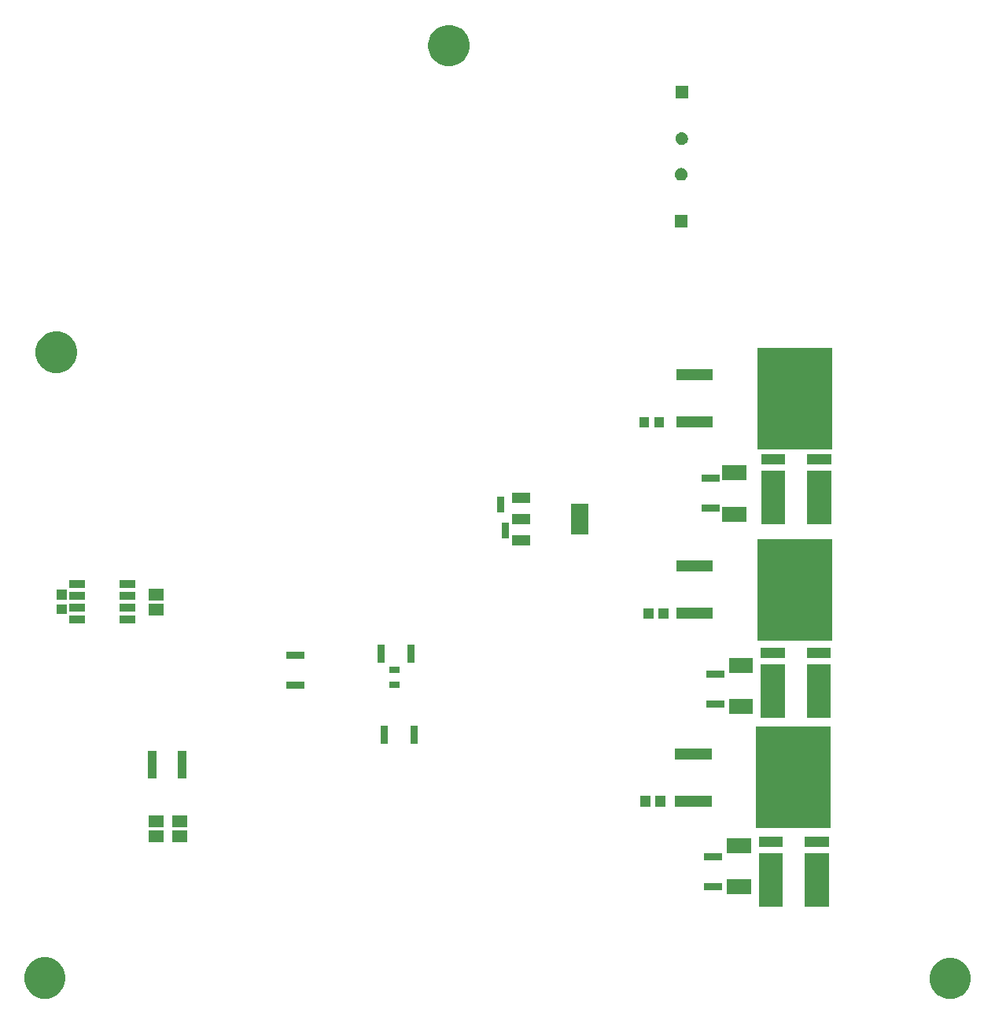
<source format=gbr>
G04 #@! TF.GenerationSoftware,KiCad,Pcbnew,5.1.4-e60b266~84~ubuntu19.04.1*
G04 #@! TF.CreationDate,2019-10-16T08:44:26-04:00*
G04 #@! TF.ProjectId,DSC_motor_controller,4453435f-6d6f-4746-9f72-5f636f6e7472,1*
G04 #@! TF.SameCoordinates,Original*
G04 #@! TF.FileFunction,Soldermask,Bot*
G04 #@! TF.FilePolarity,Negative*
%FSLAX46Y46*%
G04 Gerber Fmt 4.6, Leading zero omitted, Abs format (unit mm)*
G04 Created by KiCad (PCBNEW 5.1.4-e60b266~84~ubuntu19.04.1) date 2019-10-16 08:44:26*
%MOMM*%
%LPD*%
G04 APERTURE LIST*
%ADD10C,0.100000*%
G04 APERTURE END LIST*
D10*
G36*
X186222841Y-136934458D02*
G01*
X186599359Y-137009351D01*
X187004501Y-137177167D01*
X187369120Y-137420797D01*
X187679203Y-137730880D01*
X187922833Y-138095499D01*
X188090649Y-138500641D01*
X188176200Y-138930738D01*
X188176200Y-139369262D01*
X188090649Y-139799359D01*
X187922833Y-140204501D01*
X187679203Y-140569120D01*
X187369120Y-140879203D01*
X187004501Y-141122833D01*
X186599359Y-141290649D01*
X186222841Y-141365542D01*
X186169263Y-141376200D01*
X185730737Y-141376200D01*
X185677159Y-141365542D01*
X185300641Y-141290649D01*
X184895499Y-141122833D01*
X184530880Y-140879203D01*
X184220797Y-140569120D01*
X183977167Y-140204501D01*
X183809351Y-139799359D01*
X183723800Y-139369262D01*
X183723800Y-138930738D01*
X183809351Y-138500641D01*
X183977167Y-138095499D01*
X184220797Y-137730880D01*
X184530880Y-137420797D01*
X184895499Y-137177167D01*
X185300641Y-137009351D01*
X185677159Y-136934458D01*
X185730737Y-136923800D01*
X186169263Y-136923800D01*
X186222841Y-136934458D01*
X186222841Y-136934458D01*
G37*
G36*
X88772841Y-136884458D02*
G01*
X89149359Y-136959351D01*
X89554501Y-137127167D01*
X89919120Y-137370797D01*
X90229203Y-137680880D01*
X90472833Y-138045499D01*
X90640649Y-138450641D01*
X90726200Y-138880738D01*
X90726200Y-139319262D01*
X90640649Y-139749359D01*
X90472833Y-140154501D01*
X90229203Y-140519120D01*
X89919120Y-140829203D01*
X89554501Y-141072833D01*
X89149359Y-141240649D01*
X88772841Y-141315542D01*
X88719263Y-141326200D01*
X88280737Y-141326200D01*
X88227159Y-141315542D01*
X87850641Y-141240649D01*
X87445499Y-141072833D01*
X87080880Y-140829203D01*
X86770797Y-140519120D01*
X86527167Y-140154501D01*
X86359351Y-139749359D01*
X86273800Y-139319262D01*
X86273800Y-138880738D01*
X86359351Y-138450641D01*
X86527167Y-138045499D01*
X86770797Y-137680880D01*
X87080880Y-137370797D01*
X87445499Y-137127167D01*
X87850641Y-136959351D01*
X88227159Y-136884458D01*
X88280737Y-136873800D01*
X88719263Y-136873800D01*
X88772841Y-136884458D01*
X88772841Y-136884458D01*
G37*
G36*
X167948200Y-131460200D02*
G01*
X165355800Y-131460200D01*
X165355800Y-125707800D01*
X167948200Y-125707800D01*
X167948200Y-131460200D01*
X167948200Y-131460200D01*
G37*
G36*
X172908200Y-131460200D02*
G01*
X170315800Y-131460200D01*
X170315800Y-125707800D01*
X172908200Y-125707800D01*
X172908200Y-131460200D01*
X172908200Y-131460200D01*
G37*
G36*
X164499200Y-130086200D02*
G01*
X161946800Y-130086200D01*
X161946800Y-128483800D01*
X164499200Y-128483800D01*
X164499200Y-130086200D01*
X164499200Y-130086200D01*
G37*
G36*
X161415200Y-129630200D02*
G01*
X159442800Y-129630200D01*
X159442800Y-128857800D01*
X161415200Y-128857800D01*
X161415200Y-129630200D01*
X161415200Y-129630200D01*
G37*
G36*
X161415200Y-126430200D02*
G01*
X159442800Y-126430200D01*
X159442800Y-125657800D01*
X161415200Y-125657800D01*
X161415200Y-126430200D01*
X161415200Y-126430200D01*
G37*
G36*
X164499200Y-125636200D02*
G01*
X161946800Y-125636200D01*
X161946800Y-124033800D01*
X164499200Y-124033800D01*
X164499200Y-125636200D01*
X164499200Y-125636200D01*
G37*
G36*
X172908200Y-124970200D02*
G01*
X170315800Y-124970200D01*
X170315800Y-123927800D01*
X172908200Y-123927800D01*
X172908200Y-124970200D01*
X172908200Y-124970200D01*
G37*
G36*
X167948200Y-124970200D02*
G01*
X165355800Y-124970200D01*
X165355800Y-123927800D01*
X167948200Y-123927800D01*
X167948200Y-124970200D01*
X167948200Y-124970200D01*
G37*
G36*
X101296200Y-124480200D02*
G01*
X99673800Y-124480200D01*
X99673800Y-123227800D01*
X101296200Y-123227800D01*
X101296200Y-124480200D01*
X101296200Y-124480200D01*
G37*
G36*
X103836200Y-124480200D02*
G01*
X102213800Y-124480200D01*
X102213800Y-123227800D01*
X103836200Y-123227800D01*
X103836200Y-124480200D01*
X103836200Y-124480200D01*
G37*
G36*
X173084200Y-122986200D02*
G01*
X165031800Y-122986200D01*
X165031800Y-112083800D01*
X173084200Y-112083800D01*
X173084200Y-122986200D01*
X173084200Y-122986200D01*
G37*
G36*
X101296200Y-122860200D02*
G01*
X99673800Y-122860200D01*
X99673800Y-121607800D01*
X101296200Y-121607800D01*
X101296200Y-122860200D01*
X101296200Y-122860200D01*
G37*
G36*
X103836200Y-122860200D02*
G01*
X102213800Y-122860200D01*
X102213800Y-121607800D01*
X103836200Y-121607800D01*
X103836200Y-122860200D01*
X103836200Y-122860200D01*
G37*
G36*
X160284200Y-120676200D02*
G01*
X156331800Y-120676200D01*
X156331800Y-119473800D01*
X160284200Y-119473800D01*
X160284200Y-120676200D01*
X160284200Y-120676200D01*
G37*
G36*
X153678200Y-120651200D02*
G01*
X152625800Y-120651200D01*
X152625800Y-119498800D01*
X153678200Y-119498800D01*
X153678200Y-120651200D01*
X153678200Y-120651200D01*
G37*
G36*
X155278200Y-120651200D02*
G01*
X154225800Y-120651200D01*
X154225800Y-119498800D01*
X155278200Y-119498800D01*
X155278200Y-120651200D01*
X155278200Y-120651200D01*
G37*
G36*
X103760200Y-117624200D02*
G01*
X102797800Y-117624200D01*
X102797800Y-114651800D01*
X103760200Y-114651800D01*
X103760200Y-117624200D01*
X103760200Y-117624200D01*
G37*
G36*
X100560200Y-117624200D02*
G01*
X99597800Y-117624200D01*
X99597800Y-114651800D01*
X100560200Y-114651800D01*
X100560200Y-117624200D01*
X100560200Y-117624200D01*
G37*
G36*
X160284200Y-115596200D02*
G01*
X156331800Y-115596200D01*
X156331800Y-114393800D01*
X160284200Y-114393800D01*
X160284200Y-115596200D01*
X160284200Y-115596200D01*
G37*
G36*
X128633200Y-113949200D02*
G01*
X127860800Y-113949200D01*
X127860800Y-111976800D01*
X128633200Y-111976800D01*
X128633200Y-113949200D01*
X128633200Y-113949200D01*
G37*
G36*
X125433200Y-113949200D02*
G01*
X124660800Y-113949200D01*
X124660800Y-111976800D01*
X125433200Y-111976800D01*
X125433200Y-113949200D01*
X125433200Y-113949200D01*
G37*
G36*
X168135200Y-111141200D02*
G01*
X165542800Y-111141200D01*
X165542800Y-105388800D01*
X168135200Y-105388800D01*
X168135200Y-111141200D01*
X168135200Y-111141200D01*
G37*
G36*
X173095200Y-111141200D02*
G01*
X170502800Y-111141200D01*
X170502800Y-105388800D01*
X173095200Y-105388800D01*
X173095200Y-111141200D01*
X173095200Y-111141200D01*
G37*
G36*
X164689700Y-110721200D02*
G01*
X162137300Y-110721200D01*
X162137300Y-109118800D01*
X164689700Y-109118800D01*
X164689700Y-110721200D01*
X164689700Y-110721200D01*
G37*
G36*
X161669200Y-109996200D02*
G01*
X159696800Y-109996200D01*
X159696800Y-109223800D01*
X161669200Y-109223800D01*
X161669200Y-109996200D01*
X161669200Y-109996200D01*
G37*
G36*
X116457200Y-107964200D02*
G01*
X114484800Y-107964200D01*
X114484800Y-107191800D01*
X116457200Y-107191800D01*
X116457200Y-107964200D01*
X116457200Y-107964200D01*
G37*
G36*
X126685200Y-107924200D02*
G01*
X125592800Y-107924200D01*
X125592800Y-107231800D01*
X126685200Y-107231800D01*
X126685200Y-107924200D01*
X126685200Y-107924200D01*
G37*
G36*
X161669200Y-106796200D02*
G01*
X159696800Y-106796200D01*
X159696800Y-106023800D01*
X161669200Y-106023800D01*
X161669200Y-106796200D01*
X161669200Y-106796200D01*
G37*
G36*
X126685200Y-106324200D02*
G01*
X125592800Y-106324200D01*
X125592800Y-105631800D01*
X126685200Y-105631800D01*
X126685200Y-106324200D01*
X126685200Y-106324200D01*
G37*
G36*
X164689700Y-106271200D02*
G01*
X162137300Y-106271200D01*
X162137300Y-104668800D01*
X164689700Y-104668800D01*
X164689700Y-106271200D01*
X164689700Y-106271200D01*
G37*
G36*
X128303200Y-105186200D02*
G01*
X127530800Y-105186200D01*
X127530800Y-103213800D01*
X128303200Y-103213800D01*
X128303200Y-105186200D01*
X128303200Y-105186200D01*
G37*
G36*
X125103200Y-105186200D02*
G01*
X124330800Y-105186200D01*
X124330800Y-103213800D01*
X125103200Y-103213800D01*
X125103200Y-105186200D01*
X125103200Y-105186200D01*
G37*
G36*
X116457200Y-104764200D02*
G01*
X114484800Y-104764200D01*
X114484800Y-103991800D01*
X116457200Y-103991800D01*
X116457200Y-104764200D01*
X116457200Y-104764200D01*
G37*
G36*
X173095200Y-104651200D02*
G01*
X170502800Y-104651200D01*
X170502800Y-103608800D01*
X173095200Y-103608800D01*
X173095200Y-104651200D01*
X173095200Y-104651200D01*
G37*
G36*
X168135200Y-104651200D02*
G01*
X165542800Y-104651200D01*
X165542800Y-103608800D01*
X168135200Y-103608800D01*
X168135200Y-104651200D01*
X168135200Y-104651200D01*
G37*
G36*
X173218200Y-102793200D02*
G01*
X165165800Y-102793200D01*
X165165800Y-91890800D01*
X173218200Y-91890800D01*
X173218200Y-102793200D01*
X173218200Y-102793200D01*
G37*
G36*
X92833200Y-100918200D02*
G01*
X91155800Y-100918200D01*
X91155800Y-100115800D01*
X92833200Y-100115800D01*
X92833200Y-100918200D01*
X92833200Y-100918200D01*
G37*
G36*
X98257200Y-100918200D02*
G01*
X96579800Y-100918200D01*
X96579800Y-100115800D01*
X98257200Y-100115800D01*
X98257200Y-100918200D01*
X98257200Y-100918200D01*
G37*
G36*
X160418200Y-100483200D02*
G01*
X156465800Y-100483200D01*
X156465800Y-99280800D01*
X160418200Y-99280800D01*
X160418200Y-100483200D01*
X160418200Y-100483200D01*
G37*
G36*
X155621200Y-100458200D02*
G01*
X154568800Y-100458200D01*
X154568800Y-99305800D01*
X155621200Y-99305800D01*
X155621200Y-100458200D01*
X155621200Y-100458200D01*
G37*
G36*
X154021200Y-100458200D02*
G01*
X152968800Y-100458200D01*
X152968800Y-99305800D01*
X154021200Y-99305800D01*
X154021200Y-100458200D01*
X154021200Y-100458200D01*
G37*
G36*
X101296200Y-100096200D02*
G01*
X99673800Y-100096200D01*
X99673800Y-98843800D01*
X101296200Y-98843800D01*
X101296200Y-100096200D01*
X101296200Y-100096200D01*
G37*
G36*
X90901200Y-99976200D02*
G01*
X89748800Y-99976200D01*
X89748800Y-98923800D01*
X90901200Y-98923800D01*
X90901200Y-99976200D01*
X90901200Y-99976200D01*
G37*
G36*
X98257200Y-99648200D02*
G01*
X96579800Y-99648200D01*
X96579800Y-98845800D01*
X98257200Y-98845800D01*
X98257200Y-99648200D01*
X98257200Y-99648200D01*
G37*
G36*
X92833200Y-99648200D02*
G01*
X91155800Y-99648200D01*
X91155800Y-98845800D01*
X92833200Y-98845800D01*
X92833200Y-99648200D01*
X92833200Y-99648200D01*
G37*
G36*
X101296200Y-98476200D02*
G01*
X99673800Y-98476200D01*
X99673800Y-97223800D01*
X101296200Y-97223800D01*
X101296200Y-98476200D01*
X101296200Y-98476200D01*
G37*
G36*
X92833200Y-98378200D02*
G01*
X91155800Y-98378200D01*
X91155800Y-97575800D01*
X92833200Y-97575800D01*
X92833200Y-98378200D01*
X92833200Y-98378200D01*
G37*
G36*
X98257200Y-98378200D02*
G01*
X96579800Y-98378200D01*
X96579800Y-97575800D01*
X98257200Y-97575800D01*
X98257200Y-98378200D01*
X98257200Y-98378200D01*
G37*
G36*
X90901200Y-98376200D02*
G01*
X89748800Y-98376200D01*
X89748800Y-97323800D01*
X90901200Y-97323800D01*
X90901200Y-98376200D01*
X90901200Y-98376200D01*
G37*
G36*
X92833200Y-97108200D02*
G01*
X91155800Y-97108200D01*
X91155800Y-96305800D01*
X92833200Y-96305800D01*
X92833200Y-97108200D01*
X92833200Y-97108200D01*
G37*
G36*
X98257200Y-97108200D02*
G01*
X96579800Y-97108200D01*
X96579800Y-96305800D01*
X98257200Y-96305800D01*
X98257200Y-97108200D01*
X98257200Y-97108200D01*
G37*
G36*
X160418200Y-95403200D02*
G01*
X156465800Y-95403200D01*
X156465800Y-94200800D01*
X160418200Y-94200800D01*
X160418200Y-95403200D01*
X160418200Y-95403200D01*
G37*
G36*
X140704200Y-92573200D02*
G01*
X138801800Y-92573200D01*
X138801800Y-91470800D01*
X140704200Y-91470800D01*
X140704200Y-92573200D01*
X140704200Y-92573200D01*
G37*
G36*
X138463200Y-91828200D02*
G01*
X137690800Y-91828200D01*
X137690800Y-90155800D01*
X138463200Y-90155800D01*
X138463200Y-91828200D01*
X138463200Y-91828200D01*
G37*
G36*
X147004200Y-91398200D02*
G01*
X145101800Y-91398200D01*
X145101800Y-88045800D01*
X147004200Y-88045800D01*
X147004200Y-91398200D01*
X147004200Y-91398200D01*
G37*
G36*
X168195200Y-90312200D02*
G01*
X165602800Y-90312200D01*
X165602800Y-84559800D01*
X168195200Y-84559800D01*
X168195200Y-90312200D01*
X168195200Y-90312200D01*
G37*
G36*
X173155200Y-90312200D02*
G01*
X170562800Y-90312200D01*
X170562800Y-84559800D01*
X173155200Y-84559800D01*
X173155200Y-90312200D01*
X173155200Y-90312200D01*
G37*
G36*
X140704200Y-90273200D02*
G01*
X138801800Y-90273200D01*
X138801800Y-89170800D01*
X140704200Y-89170800D01*
X140704200Y-90273200D01*
X140704200Y-90273200D01*
G37*
G36*
X163991200Y-90017700D02*
G01*
X161438800Y-90017700D01*
X161438800Y-88415300D01*
X163991200Y-88415300D01*
X163991200Y-90017700D01*
X163991200Y-90017700D01*
G37*
G36*
X137955200Y-88986200D02*
G01*
X137182800Y-88986200D01*
X137182800Y-87313800D01*
X137955200Y-87313800D01*
X137955200Y-88986200D01*
X137955200Y-88986200D01*
G37*
G36*
X161161200Y-88914200D02*
G01*
X159188800Y-88914200D01*
X159188800Y-88141800D01*
X161161200Y-88141800D01*
X161161200Y-88914200D01*
X161161200Y-88914200D01*
G37*
G36*
X140704200Y-87973200D02*
G01*
X138801800Y-87973200D01*
X138801800Y-86870800D01*
X140704200Y-86870800D01*
X140704200Y-87973200D01*
X140704200Y-87973200D01*
G37*
G36*
X161161200Y-85714200D02*
G01*
X159188800Y-85714200D01*
X159188800Y-84941800D01*
X161161200Y-84941800D01*
X161161200Y-85714200D01*
X161161200Y-85714200D01*
G37*
G36*
X163991200Y-85567700D02*
G01*
X161438800Y-85567700D01*
X161438800Y-83965300D01*
X163991200Y-83965300D01*
X163991200Y-85567700D01*
X163991200Y-85567700D01*
G37*
G36*
X173155200Y-83822200D02*
G01*
X170562800Y-83822200D01*
X170562800Y-82779800D01*
X173155200Y-82779800D01*
X173155200Y-83822200D01*
X173155200Y-83822200D01*
G37*
G36*
X168195200Y-83822200D02*
G01*
X165602800Y-83822200D01*
X165602800Y-82779800D01*
X168195200Y-82779800D01*
X168195200Y-83822200D01*
X168195200Y-83822200D01*
G37*
G36*
X173218200Y-82219200D02*
G01*
X165165800Y-82219200D01*
X165165800Y-71316800D01*
X173218200Y-71316800D01*
X173218200Y-82219200D01*
X173218200Y-82219200D01*
G37*
G36*
X160418200Y-79909200D02*
G01*
X156465800Y-79909200D01*
X156465800Y-78706800D01*
X160418200Y-78706800D01*
X160418200Y-79909200D01*
X160418200Y-79909200D01*
G37*
G36*
X155151200Y-79884200D02*
G01*
X154098800Y-79884200D01*
X154098800Y-78731800D01*
X155151200Y-78731800D01*
X155151200Y-79884200D01*
X155151200Y-79884200D01*
G37*
G36*
X153551200Y-79884200D02*
G01*
X152498800Y-79884200D01*
X152498800Y-78731800D01*
X153551200Y-78731800D01*
X153551200Y-79884200D01*
X153551200Y-79884200D01*
G37*
G36*
X160418200Y-74829200D02*
G01*
X156465800Y-74829200D01*
X156465800Y-73626800D01*
X160418200Y-73626800D01*
X160418200Y-74829200D01*
X160418200Y-74829200D01*
G37*
G36*
X90022841Y-69584458D02*
G01*
X90399359Y-69659351D01*
X90804501Y-69827167D01*
X91169120Y-70070797D01*
X91479203Y-70380880D01*
X91722833Y-70745499D01*
X91890649Y-71150641D01*
X91976200Y-71580738D01*
X91976200Y-72019262D01*
X91890649Y-72449359D01*
X91722833Y-72854501D01*
X91479203Y-73219120D01*
X91169120Y-73529203D01*
X90804501Y-73772833D01*
X90399359Y-73940649D01*
X90022841Y-74015542D01*
X89969263Y-74026200D01*
X89530737Y-74026200D01*
X89477159Y-74015542D01*
X89100641Y-73940649D01*
X88695499Y-73772833D01*
X88330880Y-73529203D01*
X88020797Y-73219120D01*
X87777167Y-72854501D01*
X87609351Y-72449359D01*
X87523800Y-72019262D01*
X87523800Y-71580738D01*
X87609351Y-71150641D01*
X87777167Y-70745499D01*
X88020797Y-70380880D01*
X88330880Y-70070797D01*
X88695499Y-69827167D01*
X89100641Y-69659351D01*
X89477159Y-69584458D01*
X89530737Y-69573800D01*
X89969263Y-69573800D01*
X90022841Y-69584458D01*
X90022841Y-69584458D01*
G37*
G36*
X157676200Y-58326200D02*
G01*
X156323800Y-58326200D01*
X156323800Y-56973800D01*
X157676200Y-56973800D01*
X157676200Y-58326200D01*
X157676200Y-58326200D01*
G37*
G36*
X157197240Y-51999785D02*
G01*
X157320299Y-52050758D01*
X157320301Y-52050759D01*
X157431052Y-52124761D01*
X157525239Y-52218948D01*
X157599242Y-52329701D01*
X157650215Y-52452760D01*
X157676200Y-52583399D01*
X157676200Y-52716601D01*
X157650215Y-52847240D01*
X157599242Y-52970299D01*
X157599241Y-52970301D01*
X157525239Y-53081052D01*
X157431052Y-53175239D01*
X157320301Y-53249241D01*
X157320300Y-53249242D01*
X157320299Y-53249242D01*
X157197240Y-53300215D01*
X157066601Y-53326200D01*
X156933399Y-53326200D01*
X156802760Y-53300215D01*
X156679701Y-53249242D01*
X156679700Y-53249242D01*
X156679699Y-53249241D01*
X156568948Y-53175239D01*
X156474761Y-53081052D01*
X156400759Y-52970301D01*
X156400758Y-52970299D01*
X156349785Y-52847240D01*
X156323800Y-52716601D01*
X156323800Y-52583399D01*
X156349785Y-52452760D01*
X156400758Y-52329701D01*
X156474761Y-52218948D01*
X156568948Y-52124761D01*
X156679699Y-52050759D01*
X156679701Y-52050758D01*
X156802760Y-51999785D01*
X156933399Y-51973800D01*
X157066601Y-51973800D01*
X157197240Y-51999785D01*
X157197240Y-51999785D01*
G37*
G36*
X157247240Y-48149785D02*
G01*
X157370299Y-48200758D01*
X157370301Y-48200759D01*
X157481052Y-48274761D01*
X157575239Y-48368948D01*
X157649242Y-48479701D01*
X157700215Y-48602760D01*
X157726200Y-48733399D01*
X157726200Y-48866601D01*
X157700215Y-48997240D01*
X157649242Y-49120299D01*
X157649241Y-49120301D01*
X157575239Y-49231052D01*
X157481052Y-49325239D01*
X157370301Y-49399241D01*
X157370300Y-49399242D01*
X157370299Y-49399242D01*
X157247240Y-49450215D01*
X157116601Y-49476200D01*
X156983399Y-49476200D01*
X156852760Y-49450215D01*
X156729701Y-49399242D01*
X156729700Y-49399242D01*
X156729699Y-49399241D01*
X156618948Y-49325239D01*
X156524761Y-49231052D01*
X156450759Y-49120301D01*
X156450758Y-49120299D01*
X156399785Y-48997240D01*
X156373800Y-48866601D01*
X156373800Y-48733399D01*
X156399785Y-48602760D01*
X156450758Y-48479701D01*
X156524761Y-48368948D01*
X156618948Y-48274761D01*
X156729699Y-48200759D01*
X156729701Y-48200758D01*
X156852760Y-48149785D01*
X156983399Y-48123800D01*
X157116601Y-48123800D01*
X157247240Y-48149785D01*
X157247240Y-48149785D01*
G37*
G36*
X157726200Y-44476200D02*
G01*
X156373800Y-44476200D01*
X156373800Y-43123800D01*
X157726200Y-43123800D01*
X157726200Y-44476200D01*
X157726200Y-44476200D01*
G37*
G36*
X132272841Y-36584458D02*
G01*
X132649359Y-36659351D01*
X133054501Y-36827167D01*
X133419120Y-37070797D01*
X133729203Y-37380880D01*
X133972833Y-37745499D01*
X134140649Y-38150641D01*
X134226200Y-38580738D01*
X134226200Y-39019262D01*
X134140649Y-39449359D01*
X133972833Y-39854501D01*
X133729203Y-40219120D01*
X133419120Y-40529203D01*
X133054501Y-40772833D01*
X132649359Y-40940649D01*
X132272841Y-41015542D01*
X132219263Y-41026200D01*
X131780737Y-41026200D01*
X131727159Y-41015542D01*
X131350641Y-40940649D01*
X130945499Y-40772833D01*
X130580880Y-40529203D01*
X130270797Y-40219120D01*
X130027167Y-39854501D01*
X129859351Y-39449359D01*
X129773800Y-39019262D01*
X129773800Y-38580738D01*
X129859351Y-38150641D01*
X130027167Y-37745499D01*
X130270797Y-37380880D01*
X130580880Y-37070797D01*
X130945499Y-36827167D01*
X131350641Y-36659351D01*
X131727159Y-36584458D01*
X131780737Y-36573800D01*
X132219263Y-36573800D01*
X132272841Y-36584458D01*
X132272841Y-36584458D01*
G37*
M02*

</source>
